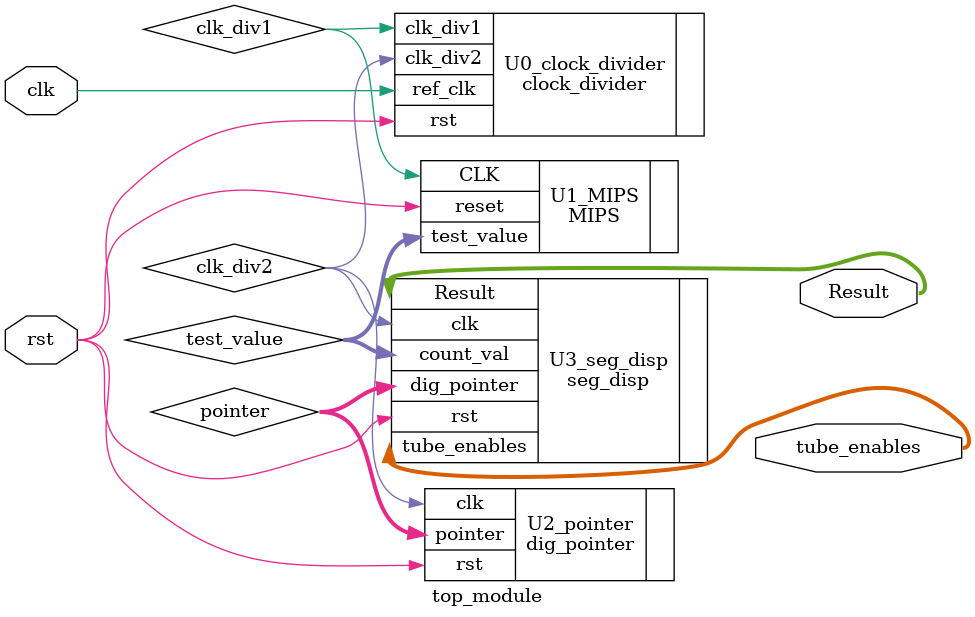
<source format=v>
module top_module (
    output    wire    [7:0]   Result,
    output    wire    [3:0]   tube_enables,
    input     wire            clk,
    input     wire            rst
);

wire  clk_div1, clk_div2;
wire  [15:0] test_value;
wire  [1:0]  pointer;

// Put your Instance Here
 MIPS U1_MIPS (
    .test_value(test_value),
    .CLK(clk_div1),
    .reset(rst)
); 
/*module MIPS(
    input   wire            CLK,
    input   wire            reset,
    output  wire     [15:0]  test_value 
);
MUPS 
*/


clock_divider U0_clock_divider (
    .clk_div1(clk_div1),
    .clk_div2(clk_div2),
    .ref_clk(clk),
    .rst(rst)
);


dig_pointer U2_pointer (
    .pointer(pointer),
    .clk(clk_div2),
    .rst(rst)
);

seg_disp U3_seg_disp (
    .Result(Result),
    .tube_enables(tube_enables),
    .count_val(test_value),
    .dig_pointer(pointer),
    .clk(clk_div2),
    .rst(rst)
);

endmodule
</source>
